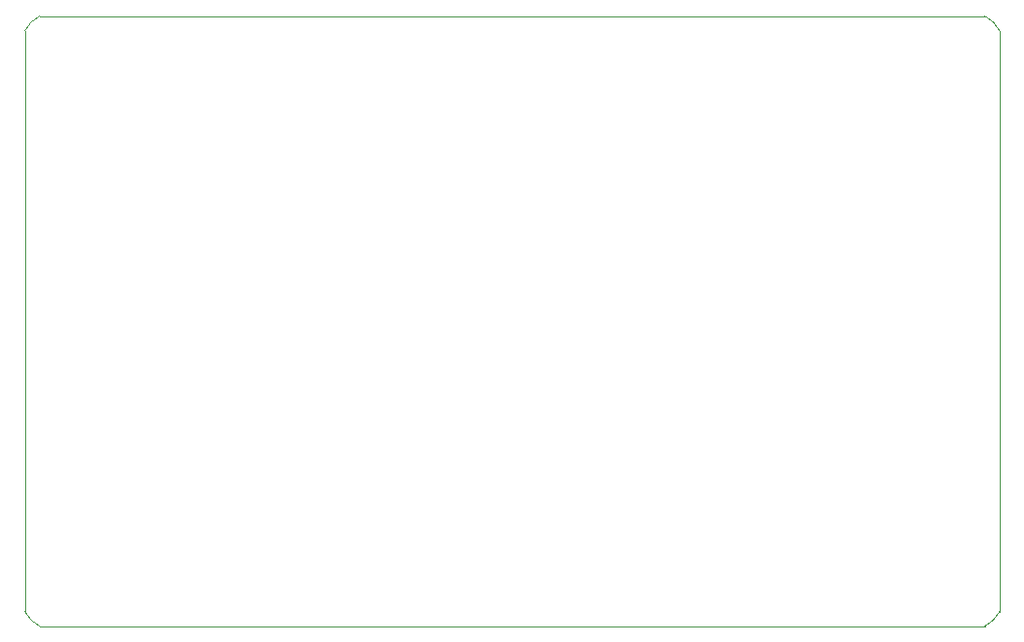
<source format=gbr>
G04 #@! TF.GenerationSoftware,KiCad,Pcbnew,(5.1.9)-1*
G04 #@! TF.CreationDate,2021-06-05T11:28:23-05:00*
G04 #@! TF.ProjectId,RASPBERRY 4 PI HAT,52415350-4245-4525-9259-203420504920,rev?*
G04 #@! TF.SameCoordinates,Original*
G04 #@! TF.FileFunction,Profile,NP*
%FSLAX46Y46*%
G04 Gerber Fmt 4.6, Leading zero omitted, Abs format (unit mm)*
G04 Created by KiCad (PCBNEW (5.1.9)-1) date 2021-06-05 11:28:23*
%MOMM*%
%LPD*%
G01*
G04 APERTURE LIST*
G04 #@! TA.AperFunction,Profile*
%ADD10C,0.100000*%
G04 #@! TD*
G04 APERTURE END LIST*
D10*
X106680001Y-73660000D02*
X106680001Y-124459999D01*
X190499999Y-125729999D02*
X107950000Y-125729999D01*
X191769999Y-73660001D02*
X191769999Y-124460000D01*
X107950001Y-72390001D02*
X190500000Y-72390001D01*
X190500000Y-72390001D02*
G75*
G02*
X191769999Y-73660001I-1270000J-2539999D01*
G01*
X106680001Y-73660000D02*
G75*
G02*
X107950001Y-72390001I2539999J-1270000D01*
G01*
X107950000Y-125729999D02*
G75*
G02*
X106680001Y-124459999I1270000J2539999D01*
G01*
X191769999Y-124460000D02*
G75*
G02*
X190499999Y-125729999I-2539999J1270000D01*
G01*
M02*

</source>
